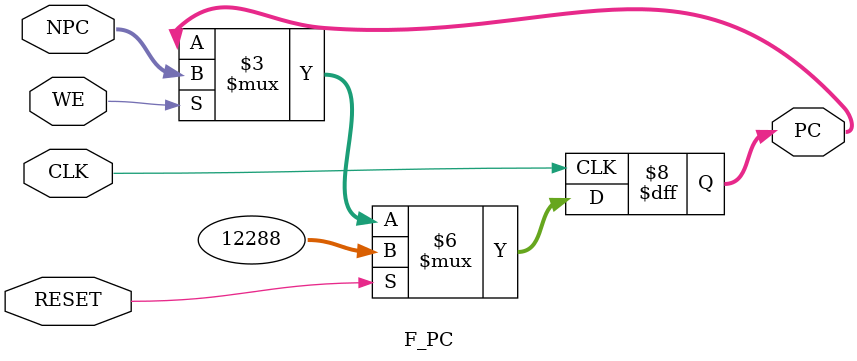
<source format=v>
`timescale 1ns / 1ps
`define oripc 32'h0000_3000
`default_nettype none
module F_PC(
    input wire [31:0] NPC,
    input wire CLK,
    input wire RESET,
	 input wire WE,
    output reg [31:0] PC
    );
	initial begin
		PC = `oripc;
	end
    always @(posedge CLK) begin
        if(RESET) begin
            PC <= `oripc;
        end
        else if(WE) begin
            PC <= NPC;
        end
    end
endmodule

</source>
